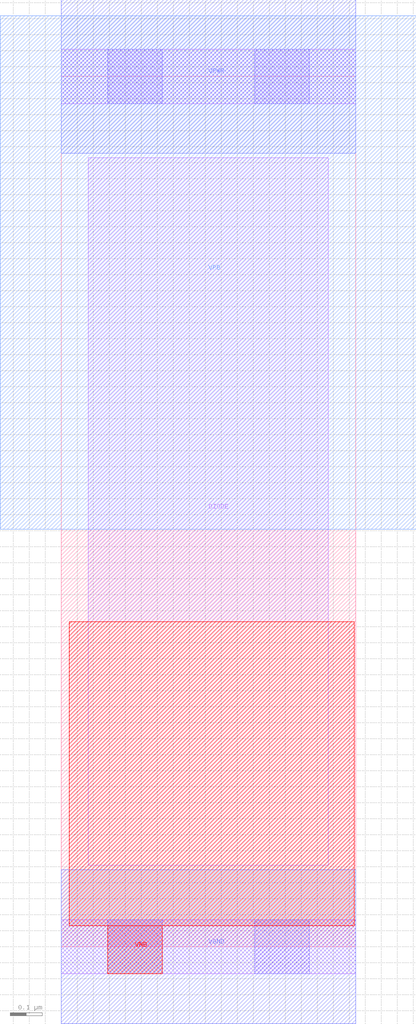
<source format=lef>
VERSION 5.7 ;
  NOWIREEXTENSIONATPIN ON ;
  DIVIDERCHAR "/" ;
  BUSBITCHARS "[]" ;
MACRO sky130_ef_sc_hd__fakediode_2
  CLASS BLOCK ;
  FOREIGN sky130_ef_sc_hd__fakediode_2 ;
  ORIGIN 0.000 0.000 ;
  SIZE 0.920 BY 2.720 ;
  PIN DIODE
    PORT
      LAYER li1 ;
        RECT 0.085 0.255 0.835 2.465 ;
    END
  END DIODE
  PIN VGND
    USE GROUND ;
    PORT
      LAYER met1 ;
        RECT 0.000 -0.240 0.920 0.240 ;
    END
  END VGND
  PIN VPWR
    USE POWER ;
    PORT
      LAYER met1 ;
        RECT 0.000 2.480 0.920 2.960 ;
    END
  END VPWR
  PIN VPB
    PORT
      LAYER nwell ;
        RECT -0.190 1.305 1.110 2.910 ;
    END
  END VPB
  PIN VNB
    PORT
      LAYER pwell ;
        RECT 0.025 0.065 0.915 1.015 ;
        RECT 0.145 -0.085 0.315 0.065 ;
    END
  END VNB
  OBS
      LAYER li1 ;
        RECT 0.000 2.635 0.920 2.805 ;
        RECT 0.000 -0.085 0.920 0.085 ;
      LAYER mcon ;
        RECT 0.145 2.635 0.315 2.805 ;
        RECT 0.605 2.635 0.775 2.805 ;
        RECT 0.145 -0.085 0.315 0.085 ;
        RECT 0.605 -0.085 0.775 0.085 ;
  END
END sky130_ef_sc_hd__fakediode_2
END LIBRARY


</source>
